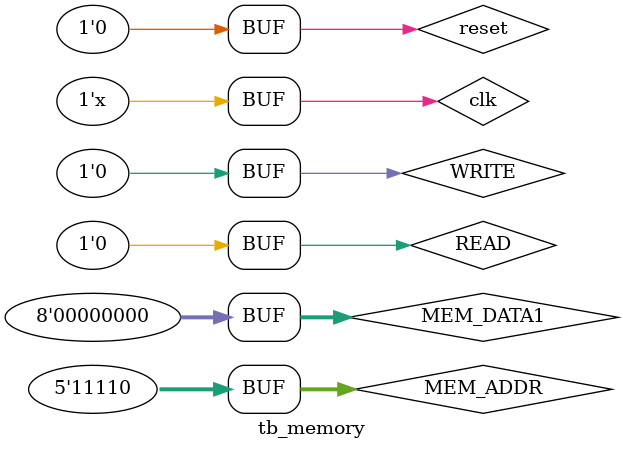
<source format=v>
module tb_memory;
	//Inputs
	reg reset;
	reg clk;
	reg READ;
	reg WRITE;
	reg [4:0] MEM_ADDR;
	reg [7:0] MEM_DATA1;
	
	//Outputs
	wire [7:0] MEM_DATA2;
	
	//UUT
	memory U1 (
		.reset(reset),
		.clk(clk),
		.READ(READ),
		.WRITE(WRITE),
		.MEM_ADDR(MEM_ADDR),
		.MEM_DATA1(MEM_DATA1),
		.MEM_DATA2(MEM_DATA2)		
	);
	
	
	initial begin 
		//Initialize 
		reset = 1;
		clk = 0;
		READ = 0;
		WRITE = 0;
		MEM_ADDR = 0;
		MEM_DATA1 = 0;
		
		#2 reset = 0; READ = 1;
					
		//Simulation 
		#5 MEM_ADDR = 5'b00000;
		#5 MEM_ADDR = 5'b00001;
		#5 MEM_ADDR = 5'b00010;
		#5 MEM_ADDR = 5'b00100; READ = 0; WRITE = 1;
		#5 MEM_ADDR = 5'b11010;
		#5 MEM_ADDR = 5'b11011;
		#5 MEM_ADDR = 5'b11100;
		#5 MEM_ADDR = 5'b111010;
		#5 MEM_ADDR = 5'b11110; WRITE = 0;		
	end  
	
	always begin
		#1 clk = ~clk;
	end
		
endmodule 

</source>
